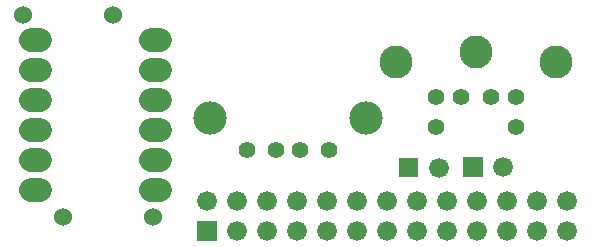
<source format=gts>
G04 start of page 11 for group -4063 idx -4063 *
G04 Title: (unknown), componentmask *
G04 Creator: pcb 20140316 *
G04 CreationDate: Tue 22 Dec 2015 07:16:43 PM GMT UTC *
G04 For: vince *
G04 Format: Gerber/RS-274X *
G04 PCB-Dimensions (mil): 1950.00 850.00 *
G04 PCB-Coordinate-Origin: lower left *
%MOIN*%
%FSLAX25Y25*%
%LNTOPMASK*%
%ADD111C,0.0550*%
%ADD110C,0.1100*%
%ADD109C,0.0800*%
%ADD108C,0.1110*%
%ADD107C,0.0600*%
%ADD106C,0.0560*%
%ADD105C,0.0660*%
%ADD104C,0.0001*%
G54D104*G36*
X63900Y9700D02*Y3100D01*
X70500D01*
Y9700D01*
X63900D01*
G37*
G54D105*X67200Y16400D03*
X77200Y6400D03*
Y16400D03*
X87200Y6400D03*
Y16400D03*
X97200Y6400D03*
Y16400D03*
G54D106*X98150Y33300D03*
X90250D03*
X80450D03*
G54D107*X49200Y11200D03*
G54D108*X68350Y44000D03*
G54D109*X50000Y20000D03*
Y30000D03*
Y40000D03*
Y50000D03*
Y60000D03*
Y70000D03*
G54D110*X183500Y62800D03*
G54D111*X162000Y51000D03*
X170100D03*
G54D110*X156900Y66000D03*
X130300Y62800D03*
G54D111*X151800Y51000D03*
X143700D03*
Y41200D03*
X170100D03*
G54D104*G36*
X152700Y31000D02*Y24400D01*
X159300D01*
Y31000D01*
X152700D01*
G37*
G54D105*X166000Y27700D03*
G54D108*X120050Y44000D03*
G54D104*G36*
X131100Y30900D02*Y24300D01*
X137700D01*
Y30900D01*
X131100D01*
G37*
G54D105*X144400Y27600D03*
G54D106*X107950Y33300D03*
G54D105*X107200Y6400D03*
X117200D03*
X127200D03*
X107200Y16400D03*
X117200D03*
X127200D03*
X137200D03*
X147200D03*
X157200D03*
X137200Y6400D03*
X147200D03*
X157200D03*
X167200D03*
Y16400D03*
X177200D03*
X187200D03*
X177200Y6400D03*
X187200D03*
G54D107*X19200Y11200D03*
X35900Y78600D03*
X5900D03*
G54D109*X10000Y70000D03*
Y60000D03*
Y50000D03*
Y40000D03*
Y30000D03*
Y20000D03*
X48500D02*X51500D01*
X48500Y30000D02*X51500D01*
X48500Y40000D02*X51500D01*
X48500Y50000D02*X51500D01*
X48500Y60000D02*X51500D01*
X48500Y70000D02*X51500D01*
X8500Y50000D02*X11500D01*
X8500Y40000D02*X11500D01*
X8500Y70000D02*X11500D01*
X8500Y60000D02*X11500D01*
X8500Y30000D02*X11500D01*
X8500Y20000D02*X11500D01*
M02*

</source>
